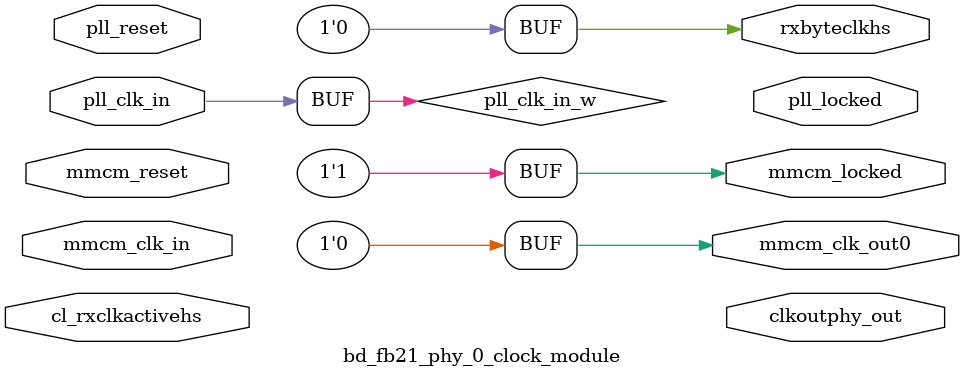
<source format=v>

`timescale 1ps/1ps

(* DowngradeIPIdentifiedWarnings="yes" *)
module bd_fb21_phy_0_clock_module
#(
   parameter C_DPHY_LANES = 2,
   parameter MTBF_SYNC_STAGES = 3,
   parameter C_HS_LINE_RATE = 1000,
   parameter C_STABLE_CLK_PERIOD = 10,
   parameter C_TXPLL_CLKIN_PERIOD = 8.0,
   parameter EN_DPHY_IO = 1
   )
   (
       input               mmcm_clk_in,
       output              mmcm_clk_out0,
       input               cl_rxclkactivehs,
       output              rxbyteclkhs,
       input               pll_clk_in,
       output              clkoutphy_out,
       output              pll_locked,
       input               pll_reset,
       output              mmcm_locked,
       input               mmcm_reset
   );

   wire               pll_clk_in_w;
   wire               pll_locked_w;
   wire               pll_locked_sync;
   reg                clkoutphy_en;
   reg  [7:0]         clkoutphy_en_cntr;


assign  rxbyteclkhs   = 1'b0;
assign  mmcm_locked   = 1'b1;
assign  mmcm_clk_out0 = 1'b0;
assign  pll_clk_in_w  = pll_clk_in;

   //TXPLL Attributes for 1500 MHz CLKOUTPHY
   localparam  C_TXPLL_CLKIN_PERIOD_T   = 5.000;
   localparam  C_TXPLL_CLKOUTPHY_MODE   = "VCO";
   localparam  C_PLL_DIVCLK_DIVIDE      = 2;
   localparam  C_TXPLL_CLKFBOUT_MULT    = 15;
   localparam  C_TXPLL_CLKOUT0_DIVIDE   = 8;
   localparam  C_TXPLL_CLKOUT1_DIVIDE   = 8;

// This below logic will not get generated for Design (i.e. It will be
// generated for Exdes)
// As this module itself will not get generated if support level is 0
// This module is being used for Exdes So below logic has to be there

// ONLY FOR VERSAL 
//
// This below logic will not get generated for Design (i.e. It will be
// generated for Exdes)
// As this module itself will not get generated if support level is 0
// This module is being used for Exdes So below logic has to be there

endmodule


</source>
